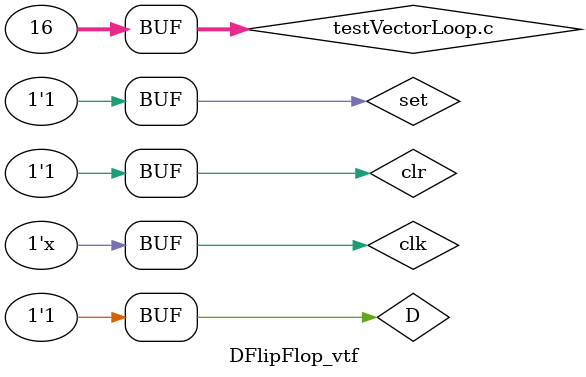
<source format=v>
`timescale 1ns / 1ps


module DFlipFlop_vtf;

	// Inputs
	reg clr, set, D, clk;
	reg Q_tc, Qbar_tc, error;

	// Outputs
	wire Q, Qbar;

	// Instantiate the Unit Under Test (UUT)
	DFlipFlop uut (
		.D(D),		
		.clk(clk),
		.clr(clr),
		.set(set),
		.Q(Q),
		.Qbar(Qbar)
	);

	initial begin
		// Initialize Inputs
		D = 0;
		clk = 0;
		clr = 0;
		set = 0;
		
		Q_tc = 0;
		Qbar_tc = 0;
		error = 0;
					   //in order to account for before value latches
		
		#100;
	end
	always begin
		#10 clk = ~clk;
	end
	
	// Initiation of Test Vectors
	always
	begin: testVectorLoop
		integer c;
		for (c = 0; c<16; c=c+1)
		begin: countLoop
			#20 clr <= ~((~c[3] &~c[2] & c[1] & ~c[0]) | (~c[3] & c[2] & c[1] & ~c[0]) | (~c[3] & c[2] & ~c[1] & c[0]));
			set <= ~((~c[3] &~c[2] & c[1] & ~c[0]) | (~c[3] & c[2] & c[1] & ~c[0]) | (~c[3] & ~c[2] & ~c[1] & c[0]) );
			D <= c[2];
		end
	end
	always @(posedge clk)
	begin
		case({clr, set, D})
			3'b000: {Q_tc, Qbar_tc} = 2'b01;
			3'b001: {Q_tc, Qbar_tc} = 2'b01;
			3'b010: {Q_tc, Qbar_tc} = 2'b01;
			3'b011: {Q_tc, Qbar_tc} = 2'b01;
			3'b100: {Q_tc, Qbar_tc} = 2'b10;
			3'b101: {Q_tc, Qbar_tc} = 2'b10;
			3'b110: {Q_tc, Qbar_tc} = 2'b01;
			3'b111: {Q_tc, Qbar_tc} = 2'b10;
			default: {Q_tc, Qbar_tc} = 2'bZZ;
		endcase
		
		#1 if(Q_tc == Q && Qbar_tc == Qbar) error = 0;
		else error = 1;
	end
      
endmodule


</source>
